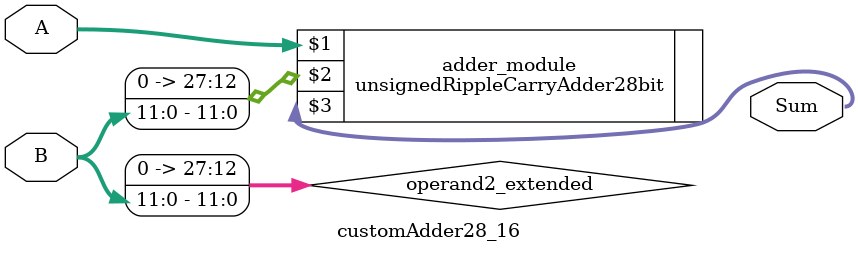
<source format=v>

module customAdder28_16(
                    input [27 : 0] A,
                    input [11 : 0] B,
                    
                    output [28 : 0] Sum
            );

    wire [27 : 0] operand2_extended;
    
    assign operand2_extended =  {16'b0, B};
    
    unsignedRippleCarryAdder28bit adder_module(
        A,
        operand2_extended,
        Sum
    );
    
endmodule
        
</source>
